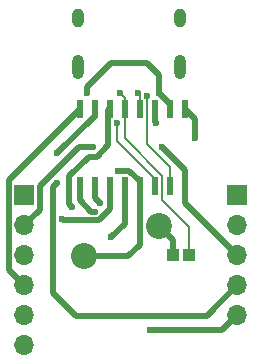
<source format=gbr>
%TF.GenerationSoftware,KiCad,Pcbnew,(6.0.4)*%
%TF.CreationDate,2022-05-01T14:08:42+08:00*%
%TF.ProjectId,OneKey,4f6e654b-6579-42e6-9b69-6361645f7063,rev?*%
%TF.SameCoordinates,Original*%
%TF.FileFunction,Copper,L2,Bot*%
%TF.FilePolarity,Positive*%
%FSLAX46Y46*%
G04 Gerber Fmt 4.6, Leading zero omitted, Abs format (unit mm)*
G04 Created by KiCad (PCBNEW (6.0.4)) date 2022-05-01 14:08:42*
%MOMM*%
%LPD*%
G01*
G04 APERTURE LIST*
G04 Aperture macros list*
%AMRoundRect*
0 Rectangle with rounded corners*
0 $1 Rounding radius*
0 $2 $3 $4 $5 $6 $7 $8 $9 X,Y pos of 4 corners*
0 Add a 4 corners polygon primitive as box body*
4,1,4,$2,$3,$4,$5,$6,$7,$8,$9,$2,$3,0*
0 Add four circle primitives for the rounded corners*
1,1,$1+$1,$2,$3*
1,1,$1+$1,$4,$5*
1,1,$1+$1,$6,$7*
1,1,$1+$1,$8,$9*
0 Add four rect primitives between the rounded corners*
20,1,$1+$1,$2,$3,$4,$5,0*
20,1,$1+$1,$4,$5,$6,$7,0*
20,1,$1+$1,$6,$7,$8,$9,0*
20,1,$1+$1,$8,$9,$2,$3,0*%
G04 Aperture macros list end*
%TA.AperFunction,ComponentPad*%
%ADD10C,2.200000*%
%TD*%
%TA.AperFunction,ComponentPad*%
%ADD11R,1.700000X1.700000*%
%TD*%
%TA.AperFunction,ComponentPad*%
%ADD12O,1.700000X1.700000*%
%TD*%
%TA.AperFunction,ComponentPad*%
%ADD13O,1.000000X1.600000*%
%TD*%
%TA.AperFunction,ComponentPad*%
%ADD14O,1.000000X2.100000*%
%TD*%
%TA.AperFunction,SMDPad,CuDef*%
%ADD15R,1.000000X1.000000*%
%TD*%
%TA.AperFunction,SMDPad,CuDef*%
%ADD16RoundRect,0.137500X0.137500X-0.662500X0.137500X0.662500X-0.137500X0.662500X-0.137500X-0.662500X0*%
%TD*%
%TA.AperFunction,ViaPad*%
%ADD17C,0.600000*%
%TD*%
%TA.AperFunction,Conductor*%
%ADD18C,0.500000*%
%TD*%
%TA.AperFunction,Conductor*%
%ADD19C,0.200000*%
%TD*%
G04 APERTURE END LIST*
D10*
%TO.P,SW1,1,1*%
%TO.N,VBUS*%
X151892000Y-95583000D03*
%TO.P,SW1,2,2*%
%TO.N,P1.6*%
X145542000Y-98123000D03*
%TD*%
D11*
%TO.P,J3,1,Pin_1*%
%TO.N,P3.0*%
X158496000Y-92964000D03*
D12*
%TO.P,J3,2,Pin_2*%
%TO.N,P3.1*%
X158496000Y-95504000D03*
%TO.P,J3,3,Pin_3*%
%TO.N,P3.2*%
X158496000Y-98044000D03*
%TO.P,J3,4,Pin_4*%
%TO.N,P3.3*%
X158496000Y-100584000D03*
%TO.P,J3,5,Pin_5*%
%TO.N,P3.4*%
X158496000Y-103124000D03*
%TD*%
D11*
%TO.P,J2,1,Pin_1*%
%TO.N,VBUS*%
X140462000Y-92964000D03*
D12*
%TO.P,J2,2,Pin_2*%
%TO.N,GND*%
X140462000Y-95504000D03*
%TO.P,J2,3,Pin_3*%
%TO.N,RST*%
X140462000Y-98044000D03*
%TO.P,J2,4,Pin_4*%
%TO.N,P1.1*%
X140462000Y-100584000D03*
%TO.P,J2,5,Pin_5*%
%TO.N,P1.6*%
X140462000Y-103124000D03*
%TO.P,J2,6,Pin_6*%
%TO.N,P1.7*%
X140462000Y-105664000D03*
%TD*%
D13*
%TO.P,J1,S1,SHIELD*%
%TO.N,GND*%
X145032000Y-77944000D03*
D14*
X153672000Y-82124000D03*
D13*
X153672000Y-77944000D03*
D14*
X145032000Y-82124000D03*
%TD*%
D15*
%TO.P,D+,1*%
%TO.N,D+*%
X154432000Y-98044000D03*
%TD*%
%TO.P,VCC,1*%
%TO.N,VBUS*%
X153035000Y-98044000D03*
%TD*%
D16*
%TO.P,CH552G,1,P3.2/TxD1_*%
%TO.N,P3.2*%
X154051000Y-92150000D03*
%TO.P,CH552G,2,P1.4*%
%TO.N,UCC1*%
X152781000Y-92150000D03*
%TO.P,CH552G,3,P1.5/MOSI*%
%TO.N,UCC2*%
X151511000Y-92150000D03*
%TO.P,CH552G,4,P1.6/MISO/RxD1_*%
%TO.N,P1.6*%
X150241000Y-92150000D03*
%TO.P,CH552G,5,P1.7/SCK/TxD1*%
%TO.N,P1.7*%
X148971000Y-92150000D03*
%TO.P,CH552G,6,RST*%
%TO.N,RST*%
X147701000Y-92150000D03*
%TO.P,CH552G,7,P3.1/TxD*%
%TO.N,P3.1*%
X146431000Y-92150000D03*
%TO.P,CH552G,8,P3.0/RxD*%
%TO.N,P3.0*%
X145161000Y-92150000D03*
%TO.P,CH552G,9,P1.1*%
%TO.N,P1.1*%
X145161000Y-85650000D03*
%TO.P,CH552G,10,P3.3*%
%TO.N,P3.3*%
X146431000Y-85650000D03*
%TO.P,CH552G,11,P3.4/RxD1_*%
%TO.N,P3.4*%
X147701000Y-85650000D03*
%TO.P,CH552G,12,P3.6/UDP*%
%TO.N,D+*%
X148971000Y-85650000D03*
%TO.P,CH552G,13,P3.7/UDM*%
%TO.N,D-*%
X150241000Y-85650000D03*
%TO.P,CH552G,14,GND*%
%TO.N,GND*%
X151511000Y-85650000D03*
%TO.P,CH552G,15,VCC*%
%TO.N,VBUS*%
X152781000Y-85650000D03*
%TO.P,CH552G,16,V33*%
%TO.N,Net-(C1-Pad2)*%
X154051000Y-85650000D03*
%TD*%
D17*
%TO.N,GND*%
X146304000Y-88900000D03*
X151641980Y-86822000D03*
%TO.N,Net-(C1-Pad2)*%
X154940000Y-88138000D03*
%TO.N,VBUS*%
X151892000Y-84328000D03*
X145796000Y-84328000D03*
%TO.N,UCC1*%
X150876000Y-84582000D03*
%TO.N,D+*%
X148590000Y-84328000D03*
%TO.N,D-*%
X150114000Y-84328000D03*
%TO.N,UCC2*%
X148336000Y-86868000D03*
%TO.N,RST*%
X143671979Y-94996000D03*
%TO.N,P1.6*%
X148391020Y-90944500D03*
%TO.N,P1.7*%
X147828000Y-96520000D03*
%TO.N,P3.0*%
X146452977Y-94339023D03*
%TO.N,P3.1*%
X146855962Y-93589523D03*
%TO.N,P3.2*%
X152149816Y-88891786D03*
%TO.N,P3.3*%
X143256000Y-89408000D03*
X143256000Y-91948000D03*
%TO.N,P3.4*%
X144526000Y-93980000D03*
X151130000Y-104394000D03*
%TD*%
D18*
%TO.N,GND*%
X141761511Y-94204489D02*
X141761511Y-92202000D01*
X151511000Y-86691020D02*
X151641980Y-86822000D01*
X151511000Y-85650000D02*
X151511000Y-86691020D01*
X145063511Y-88900000D02*
X146304000Y-88900000D01*
X141761511Y-92202000D02*
X145063511Y-88900000D01*
X140462000Y-95504000D02*
X141761511Y-94204489D01*
%TO.N,Net-(C1-Pad2)*%
X154940000Y-88138000D02*
X154940000Y-86539000D01*
X154940000Y-86539000D02*
X154051000Y-85650000D01*
%TO.N,VBUS*%
X153035000Y-96726000D02*
X151892000Y-95583000D01*
X150876000Y-81788000D02*
X151892000Y-82804000D01*
X151892000Y-82804000D02*
X151892000Y-84328000D01*
X153035000Y-98044000D02*
X153035000Y-96726000D01*
X152781000Y-85650000D02*
X152781000Y-85217000D01*
X152781000Y-85217000D02*
X151892000Y-84328000D01*
X145796000Y-84328000D02*
X145796000Y-83820000D01*
X147828000Y-81788000D02*
X150876000Y-81788000D01*
X145796000Y-83820000D02*
X147828000Y-81788000D01*
D19*
%TO.N,UCC1*%
X150876000Y-84582000D02*
X150876000Y-88646000D01*
X152781000Y-90551000D02*
X152781000Y-92150000D01*
X150876000Y-88646000D02*
X152781000Y-90551000D01*
%TO.N,D+*%
X152146000Y-93345000D02*
X152146000Y-91313000D01*
X154432000Y-95631000D02*
X153987500Y-95186500D01*
X152146000Y-91313000D02*
X148971000Y-88138000D01*
X154432000Y-98044000D02*
X154432000Y-95631000D01*
X148971000Y-88138000D02*
X148971000Y-85650000D01*
X148971000Y-85650000D02*
X148971000Y-84709000D01*
X153987500Y-95186500D02*
X152146000Y-93345000D01*
X148971000Y-84709000D02*
X148590000Y-84328000D01*
%TO.N,D-*%
X150241000Y-84455000D02*
X150114000Y-84328000D01*
X150241000Y-85650000D02*
X150241000Y-84455000D01*
%TO.N,UCC2*%
X151511000Y-92150000D02*
X151511000Y-91567000D01*
X151511000Y-91567000D02*
X148336000Y-88392000D01*
X148336000Y-88392000D02*
X148336000Y-86868000D01*
D18*
%TO.N,RST*%
X147701000Y-94150970D02*
X146763436Y-95088534D01*
X146763436Y-95088534D02*
X146396534Y-95088534D01*
X147701000Y-92150000D02*
X147701000Y-94150970D01*
X146763436Y-95088534D02*
X143764513Y-95088534D01*
X146396534Y-95088534D02*
X144687466Y-95088534D01*
X143764513Y-95088534D02*
X143671979Y-94996000D01*
%TO.N,P1.1*%
X139162489Y-99284489D02*
X140462000Y-100584000D01*
X145161000Y-85650000D02*
X139162489Y-91648511D01*
X139162489Y-91648511D02*
X139162489Y-99284489D01*
%TO.N,P1.6*%
X148435040Y-90900480D02*
X148391020Y-90944500D01*
X150241000Y-97155000D02*
X149273000Y-98123000D01*
X149273000Y-98123000D02*
X145542000Y-98123000D01*
X150241000Y-94107000D02*
X150241000Y-97155000D01*
X150241000Y-91789829D02*
X149351651Y-90900480D01*
X149351651Y-90900480D02*
X148435040Y-90900480D01*
X150241000Y-92150000D02*
X150241000Y-91789829D01*
X150241000Y-92150000D02*
X150241000Y-94107000D01*
%TO.N,P1.7*%
X148971000Y-92150000D02*
X148971000Y-95377000D01*
X148971000Y-95377000D02*
X147828000Y-96520000D01*
%TO.N,P3.0*%
X145161000Y-92150000D02*
X145161000Y-93388970D01*
X146111053Y-94339023D02*
X146452977Y-94339023D01*
X145161000Y-93388970D02*
X146111053Y-94339023D01*
%TO.N,P3.1*%
X146431000Y-92150000D02*
X146431000Y-93164561D01*
X146431000Y-93164561D02*
X146855962Y-93589523D01*
%TO.N,P3.2*%
X154051000Y-92150000D02*
X154051000Y-90792970D01*
X154051000Y-93599000D02*
X158496000Y-98044000D01*
X154051000Y-90792970D02*
X152149816Y-88891786D01*
X154051000Y-92150000D02*
X154051000Y-93599000D01*
%TO.N,P3.3*%
X142922479Y-92281521D02*
X142922479Y-101221991D01*
X155917479Y-103162521D02*
X158496000Y-100584000D01*
X144863009Y-103162521D02*
X155917479Y-103162521D01*
X146431000Y-86233000D02*
X143256000Y-89408000D01*
X146431000Y-85650000D02*
X146431000Y-86233000D01*
X142922479Y-101221991D02*
X144863009Y-103162521D01*
X143256000Y-91948000D02*
X142922479Y-92281521D01*
%TO.N,P3.4*%
X144272000Y-91339978D02*
X145927993Y-89683985D01*
X144272000Y-93726000D02*
X144526000Y-93980000D01*
X147701000Y-85650000D02*
X147586489Y-85764511D01*
X157226000Y-104394000D02*
X158496000Y-103124000D01*
X147586489Y-88677481D02*
X146579985Y-89683985D01*
X144272000Y-91339978D02*
X144272000Y-93726000D01*
X147586489Y-85764511D02*
X147586489Y-88677481D01*
X145927993Y-89683985D02*
X146579985Y-89683985D01*
X151130000Y-104394000D02*
X157226000Y-104394000D01*
%TD*%
M02*

</source>
